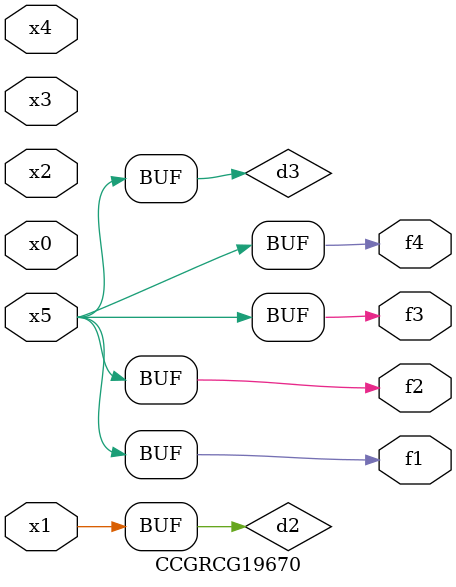
<source format=v>
module CCGRCG19670(
	input x0, x1, x2, x3, x4, x5,
	output f1, f2, f3, f4
);

	wire d1, d2, d3;

	not (d1, x5);
	or (d2, x1);
	xnor (d3, d1);
	assign f1 = d3;
	assign f2 = d3;
	assign f3 = d3;
	assign f4 = d3;
endmodule

</source>
